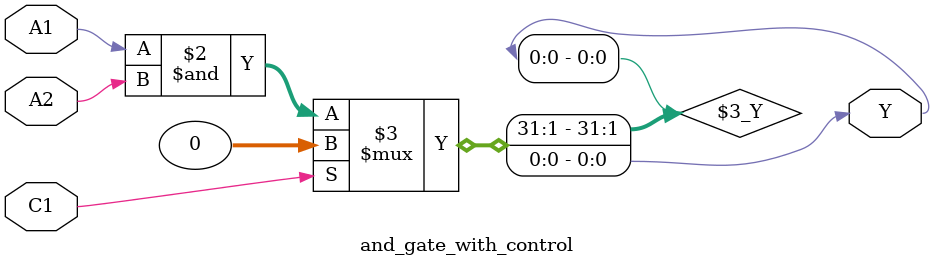
<source format=v>
module and_gate_with_control (
    input A1,
    input A2,
    input C1,
    output Y
);

    assign Y = (C1 == 0) ? (A1 & A2) : 0;

endmodule
</source>
